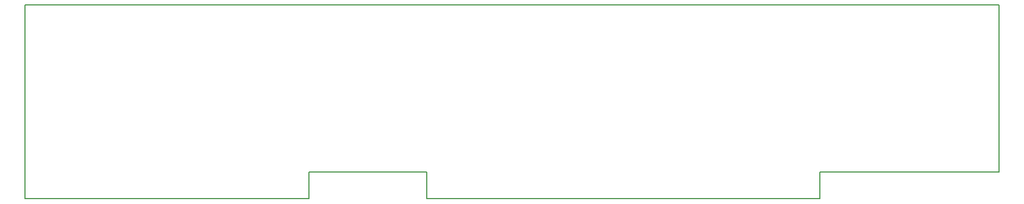
<source format=gbr>
G04 #@! TF.FileFunction,Profile,NP*
%FSLAX46Y46*%
G04 Gerber Fmt 4.6, Leading zero omitted, Abs format (unit mm)*
G04 Created by KiCad (PCBNEW 4.0.4+e1-6308~48~ubuntu14.04.1-stable) date Mon Nov 27 13:47:36 2017*
%MOMM*%
%LPD*%
G01*
G04 APERTURE LIST*
%ADD10C,0.100000*%
%ADD11C,0.150000*%
G04 APERTURE END LIST*
D10*
D11*
X223975000Y-130200000D02*
X162700000Y-130200000D01*
X144300000Y-130200000D02*
X100000000Y-130200000D01*
X100000000Y-126050000D02*
X100000000Y-126000000D01*
X223975000Y-130200000D02*
X223975000Y-126050000D01*
X251950000Y-126050000D02*
X223975000Y-126050000D01*
X162700000Y-126050000D02*
X162700000Y-130200000D01*
X144300000Y-126050000D02*
X162700000Y-126050000D01*
X144300000Y-130200000D02*
X144300000Y-126050000D01*
X251950000Y-100000000D02*
X251950000Y-126050000D01*
X100000000Y-100000000D02*
X100000000Y-130200000D01*
X100000000Y-100000000D02*
X251950000Y-100000000D01*
M02*

</source>
